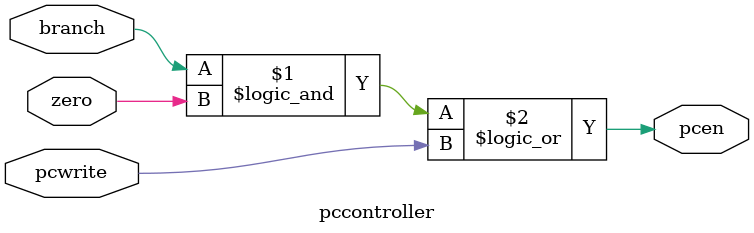
<source format=v>
`timescale 1ns / 1ps

module pccontroller(
    input branch, pcwrite, zero,
    output pcen
    );
    
    assign pcen = (branch && zero) || pcwrite;
endmodule

</source>
